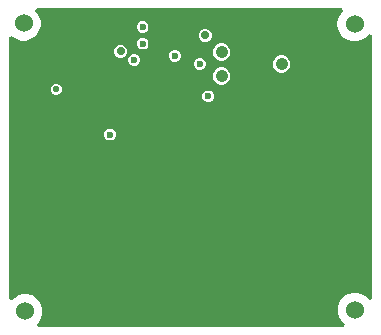
<source format=gbr>
%TF.GenerationSoftware,Altium Limited,Altium Designer,25.4.2 (15)*%
G04 Layer_Physical_Order=3*
G04 Layer_Color=16440176*
%FSLAX45Y45*%
%MOMM*%
%TF.SameCoordinates,67C836F6-C9C3-4B7B-B257-39D1A88473F1*%
%TF.FilePolarity,Positive*%
%TF.FileFunction,Copper,L3,Inr,Signal*%
%TF.Part,Single*%
G01*
G75*
%TA.AperFunction,WasherPad*%
%ADD39C,1.52400*%
%TA.AperFunction,ComponentPad*%
%ADD40C,1.06700*%
%TA.AperFunction,ViaPad*%
%ADD41C,0.60000*%
%ADD42C,0.50000*%
%ADD43C,0.70000*%
%ADD44C,0.55000*%
G36*
X11159539Y8554600D02*
X11138971Y8534032D01*
X11119882Y8500968D01*
X11110000Y8464089D01*
Y8425910D01*
X11119882Y8389032D01*
X11138971Y8355968D01*
X11165968Y8328971D01*
X11199032Y8309882D01*
X11235910Y8300000D01*
X11274090D01*
X11310968Y8309882D01*
X11344032Y8328971D01*
X11371029Y8355968D01*
X11374600Y8362153D01*
X11400000Y8355347D01*
Y6118983D01*
X11374600Y6112177D01*
X11373529Y6114032D01*
X11346532Y6141029D01*
X11313468Y6160118D01*
X11276590Y6170000D01*
X11238410D01*
X11201532Y6160118D01*
X11168468Y6141029D01*
X11141471Y6114032D01*
X11122382Y6080968D01*
X11112500Y6044090D01*
Y6005910D01*
X11122382Y5969032D01*
X11141471Y5935968D01*
X11168468Y5908971D01*
X11174653Y5905400D01*
X11167847Y5880000D01*
X8573482D01*
X8562961Y5905400D01*
X8581029Y5923468D01*
X8600118Y5956532D01*
X8610000Y5993410D01*
Y6031590D01*
X8600118Y6068468D01*
X8581029Y6101532D01*
X8554032Y6128529D01*
X8520968Y6147618D01*
X8484090Y6157500D01*
X8445910D01*
X8409032Y6147618D01*
X8375968Y6128529D01*
X8355400Y6107961D01*
X8330000Y6117053D01*
Y8331518D01*
X8355400Y8342039D01*
X8363468Y8333971D01*
X8396532Y8314882D01*
X8433410Y8305000D01*
X8471590D01*
X8508468Y8314882D01*
X8541532Y8333971D01*
X8568529Y8360968D01*
X8587618Y8394032D01*
X8597500Y8430910D01*
Y8469090D01*
X8587618Y8505968D01*
X8568529Y8539032D01*
X8552961Y8554600D01*
X8563482Y8580000D01*
X11150448D01*
X11159539Y8554600D01*
D02*
G37*
%LPC*%
G36*
X9469945Y8470000D02*
X9450054D01*
X9431677Y8462388D01*
X9417612Y8448323D01*
X9410000Y8429946D01*
Y8410054D01*
X9417612Y8391677D01*
X9431677Y8377612D01*
X9450054Y8370000D01*
X9469945D01*
X9488323Y8377612D01*
X9502388Y8391677D01*
X9510000Y8410054D01*
Y8429946D01*
X9502388Y8448323D01*
X9488323Y8462388D01*
X9469945Y8470000D01*
D02*
G37*
G36*
X10000940Y8405000D02*
X9979060D01*
X9958845Y8396627D01*
X9943374Y8381155D01*
X9935000Y8360940D01*
Y8339060D01*
X9943374Y8318845D01*
X9958845Y8303374D01*
X9979060Y8295000D01*
X10000940D01*
X10021155Y8303374D01*
X10036627Y8318845D01*
X10045000Y8339060D01*
Y8360940D01*
X10036627Y8381155D01*
X10021155Y8396627D01*
X10000940Y8405000D01*
D02*
G37*
G36*
X9469945Y8330000D02*
X9450054D01*
X9431677Y8322388D01*
X9417612Y8308323D01*
X9410000Y8289946D01*
Y8270054D01*
X9417612Y8251677D01*
X9431677Y8237612D01*
X9450054Y8230000D01*
X9469945D01*
X9488323Y8237612D01*
X9502388Y8251677D01*
X9510000Y8270054D01*
Y8289946D01*
X9502388Y8308323D01*
X9488323Y8322388D01*
X9469945Y8330000D01*
D02*
G37*
G36*
X9286120Y8269820D02*
X9264240D01*
X9244025Y8261447D01*
X9228554Y8245975D01*
X9220180Y8225760D01*
Y8203880D01*
X9228554Y8183665D01*
X9244025Y8168193D01*
X9264240Y8159820D01*
X9286120D01*
X9306335Y8168193D01*
X9321807Y8183665D01*
X9330180Y8203880D01*
Y8225760D01*
X9321807Y8245975D01*
X9306335Y8261447D01*
X9286120Y8269820D01*
D02*
G37*
G36*
X10138657Y8281450D02*
X10119343D01*
X10100688Y8276451D01*
X10083962Y8266794D01*
X10070305Y8253138D01*
X10060649Y8236412D01*
X10055650Y8217756D01*
Y8198443D01*
X10060649Y8179788D01*
X10070305Y8163062D01*
X10083962Y8149405D01*
X10100688Y8139749D01*
X10119343Y8134750D01*
X10138657D01*
X10157312Y8139749D01*
X10174038Y8149405D01*
X10187695Y8163062D01*
X10197351Y8179788D01*
X10202350Y8198443D01*
Y8217756D01*
X10197351Y8236412D01*
X10187695Y8253138D01*
X10174038Y8266794D01*
X10157312Y8276451D01*
X10138657Y8281450D01*
D02*
G37*
G36*
X9742289Y8227196D02*
X9722398D01*
X9704021Y8219584D01*
X9689956Y8205519D01*
X9682344Y8187142D01*
Y8167251D01*
X9689956Y8148873D01*
X9704021Y8134808D01*
X9722398Y8127196D01*
X9742289D01*
X9760667Y8134808D01*
X9774732Y8148873D01*
X9782344Y8167251D01*
Y8187142D01*
X9774732Y8205519D01*
X9760667Y8219584D01*
X9742289Y8227196D01*
D02*
G37*
G36*
X9399946Y8190000D02*
X9380054D01*
X9361677Y8182388D01*
X9347612Y8168323D01*
X9340000Y8149946D01*
Y8130054D01*
X9347612Y8111677D01*
X9361677Y8097612D01*
X9380054Y8090000D01*
X9399946D01*
X9418323Y8097612D01*
X9432388Y8111677D01*
X9440000Y8130054D01*
Y8149946D01*
X9432388Y8168323D01*
X9418323Y8182388D01*
X9399946Y8190000D01*
D02*
G37*
G36*
X9954946Y8157500D02*
X9935054D01*
X9916677Y8149888D01*
X9902612Y8135823D01*
X9895000Y8117446D01*
Y8097554D01*
X9902612Y8079177D01*
X9916677Y8065112D01*
X9935054Y8057500D01*
X9954946D01*
X9973323Y8065112D01*
X9987388Y8079177D01*
X9995000Y8097554D01*
Y8117446D01*
X9987388Y8135823D01*
X9973323Y8149888D01*
X9954946Y8157500D01*
D02*
G37*
G36*
X10646657Y8179850D02*
X10627343D01*
X10608688Y8174851D01*
X10591962Y8165194D01*
X10578305Y8151538D01*
X10568649Y8134812D01*
X10563650Y8116156D01*
Y8096843D01*
X10568649Y8078188D01*
X10578305Y8061462D01*
X10591962Y8047805D01*
X10608688Y8038149D01*
X10627343Y8033150D01*
X10646657D01*
X10665312Y8038149D01*
X10682038Y8047805D01*
X10695695Y8061462D01*
X10705351Y8078188D01*
X10710350Y8096843D01*
Y8116156D01*
X10705351Y8134812D01*
X10695695Y8151538D01*
X10682038Y8165194D01*
X10665312Y8174851D01*
X10646657Y8179850D01*
D02*
G37*
G36*
X10138657Y8078250D02*
X10119343D01*
X10100688Y8073251D01*
X10083962Y8063594D01*
X10070305Y8049938D01*
X10060649Y8033212D01*
X10055650Y8014556D01*
Y7995243D01*
X10060649Y7976588D01*
X10070305Y7959862D01*
X10083962Y7946205D01*
X10100688Y7936549D01*
X10119343Y7931550D01*
X10138657D01*
X10157312Y7936549D01*
X10174038Y7946205D01*
X10187695Y7959862D01*
X10197351Y7976588D01*
X10202350Y7995243D01*
Y8014556D01*
X10197351Y8033212D01*
X10187695Y8049938D01*
X10174038Y8063594D01*
X10157312Y8073251D01*
X10138657Y8078250D01*
D02*
G37*
G36*
X8739428Y7939280D02*
X8720532D01*
X8703074Y7932048D01*
X8689712Y7918686D01*
X8682480Y7901228D01*
Y7882332D01*
X8689712Y7864874D01*
X8703074Y7851512D01*
X8720532Y7844280D01*
X8739428D01*
X8756886Y7851512D01*
X8770248Y7864874D01*
X8777480Y7882332D01*
Y7901228D01*
X8770248Y7918686D01*
X8756886Y7932048D01*
X8739428Y7939280D01*
D02*
G37*
G36*
X10027446Y7882500D02*
X10007554D01*
X9989177Y7874888D01*
X9975112Y7860823D01*
X9967500Y7842446D01*
Y7822554D01*
X9975112Y7804177D01*
X9989177Y7790112D01*
X10007554Y7782500D01*
X10027446D01*
X10045823Y7790112D01*
X10059888Y7804177D01*
X10067500Y7822554D01*
Y7842446D01*
X10059888Y7860823D01*
X10045823Y7874888D01*
X10027446Y7882500D01*
D02*
G37*
G36*
X9194694Y7560000D02*
X9174803D01*
X9156425Y7552388D01*
X9142360Y7538323D01*
X9134748Y7519946D01*
Y7500055D01*
X9142360Y7481677D01*
X9156425Y7467612D01*
X9174803Y7460000D01*
X9194694D01*
X9213071Y7467612D01*
X9227136Y7481677D01*
X9234748Y7500055D01*
Y7519946D01*
X9227136Y7538323D01*
X9213071Y7552388D01*
X9194694Y7560000D01*
D02*
G37*
%LPD*%
D39*
X8452500Y8450000D02*
D03*
X11257500Y6025000D02*
D03*
X11255000Y8445000D02*
D03*
X8465000Y6012500D02*
D03*
D40*
X10129000Y8208100D02*
D03*
Y8004900D02*
D03*
X10637000Y8106500D02*
D03*
D41*
X10017500Y7832500D02*
D03*
X9945000Y8107500D02*
D03*
X9732344Y8177196D02*
D03*
X9184748Y7510000D02*
D03*
X8495000Y8080000D02*
D03*
X8492500Y7995000D02*
D03*
X9680000Y6630000D02*
D03*
X9640000Y6920000D02*
D03*
X10240000Y7740000D02*
D03*
X10830000Y7750000D02*
D03*
X9390000Y8140000D02*
D03*
X9460000Y8280000D02*
D03*
Y8420000D02*
D03*
D42*
X9009018Y7694127D02*
D03*
X9037500Y7515000D02*
D03*
X10109018Y7071627D02*
D03*
X9881518Y6991627D02*
D03*
X10640000Y7177500D02*
D03*
X10739018Y7169127D02*
D03*
X11156518Y6761627D02*
D03*
X11036518D02*
D03*
X10921518Y6819127D02*
D03*
X10940000Y7005000D02*
D03*
X9430000Y8020000D02*
D03*
X9480525Y8132827D02*
D03*
X9183551Y7949280D02*
D03*
X10220000Y8250000D02*
D03*
X9080000Y7100000D02*
D03*
X8680000Y7410000D02*
D03*
X10290000Y8470000D02*
D03*
X9069104Y8421406D02*
D03*
X9870000Y7280000D02*
D03*
X9760000D02*
D03*
X9650000D02*
D03*
X9540000D02*
D03*
X9430000D02*
D03*
X9870000Y7390000D02*
D03*
X9760000D02*
D03*
X9650000D02*
D03*
X9540000D02*
D03*
X9430000D02*
D03*
X9870000Y7500000D02*
D03*
X9760000D02*
D03*
X9650000D02*
D03*
X9540000D02*
D03*
X9430000D02*
D03*
X9870000Y7610000D02*
D03*
X9760000D02*
D03*
X9650000D02*
D03*
X9540000D02*
D03*
X9430000D02*
D03*
X9870000Y7720000D02*
D03*
X9760000D02*
D03*
X9650000D02*
D03*
X9540000D02*
D03*
X9430000D02*
D03*
X8996680Y8194820D02*
D03*
Y8084820D02*
D03*
X8886680D02*
D03*
Y8194820D02*
D03*
D43*
X9275180Y8214820D02*
D03*
X9990000Y8350000D02*
D03*
D44*
X8729980Y7891780D02*
D03*
%TF.MD5,4340dba2d0aa36e83afee58d34027c6a*%
M02*

</source>
